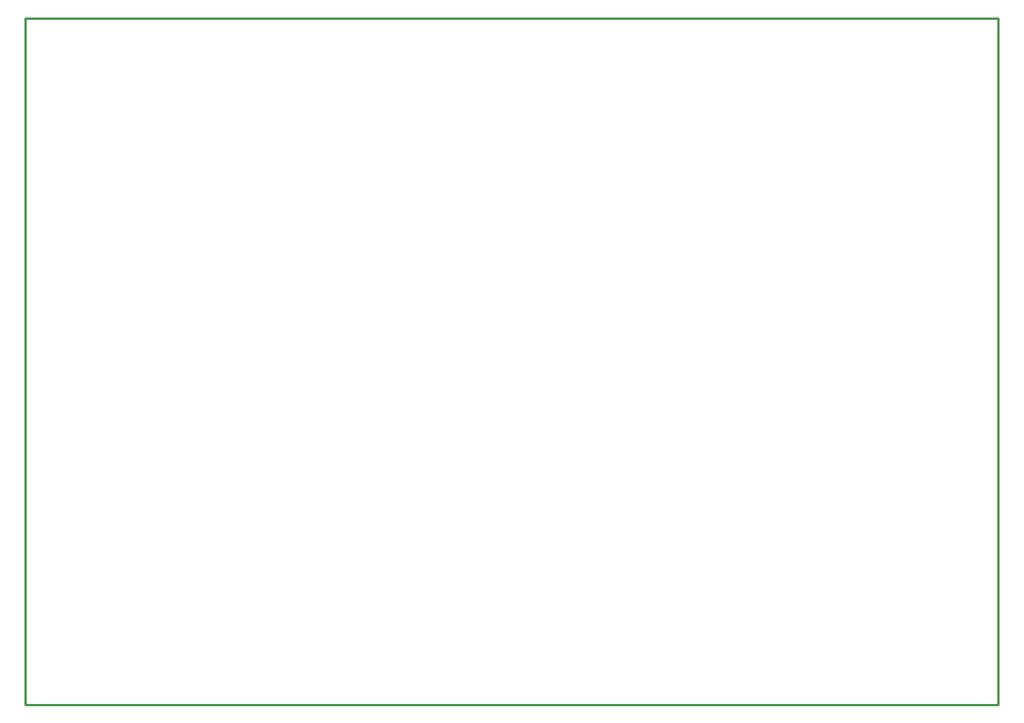
<source format=gm1>
G04*
G04 #@! TF.GenerationSoftware,Altium Limited,Altium Designer,21.6.4 (81)*
G04*
G04 Layer_Color=16711935*
%FSLAX25Y25*%
%MOIN*%
G70*
G04*
G04 #@! TF.SameCoordinates,7FA0644F-06A5-4919-BB8C-97BE94AA254E*
G04*
G04*
G04 #@! TF.FilePolarity,Positive*
G04*
G01*
G75*
%ADD13C,0.01000*%
D13*
X425000D01*
X0Y300000D02*
X425000D01*
Y0D02*
Y300000D01*
X0Y0D02*
Y300000D01*
M02*

</source>
